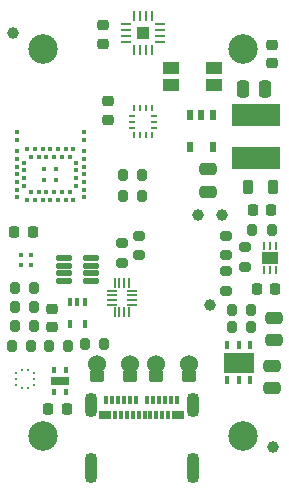
<source format=gbr>
%TF.GenerationSoftware,KiCad,Pcbnew,7.0.1-3b83917a11~172~ubuntu22.04.1*%
%TF.CreationDate,2023-07-05T11:02:11+02:00*%
%TF.ProjectId,phyphox-newton,70687970-686f-4782-9d6e-6577746f6e2e,rev?*%
%TF.SameCoordinates,Original*%
%TF.FileFunction,Soldermask,Top*%
%TF.FilePolarity,Negative*%
%FSLAX46Y46*%
G04 Gerber Fmt 4.6, Leading zero omitted, Abs format (unit mm)*
G04 Created by KiCad (PCBNEW 7.0.1-3b83917a11~172~ubuntu22.04.1) date 2023-07-05 11:02:11*
%MOMM*%
%LPD*%
G01*
G04 APERTURE LIST*
G04 Aperture macros list*
%AMRoundRect*
0 Rectangle with rounded corners*
0 $1 Rounding radius*
0 $2 $3 $4 $5 $6 $7 $8 $9 X,Y pos of 4 corners*
0 Add a 4 corners polygon primitive as box body*
4,1,4,$2,$3,$4,$5,$6,$7,$8,$9,$2,$3,0*
0 Add four circle primitives for the rounded corners*
1,1,$1+$1,$2,$3*
1,1,$1+$1,$4,$5*
1,1,$1+$1,$6,$7*
1,1,$1+$1,$8,$9*
0 Add four rect primitives between the rounded corners*
20,1,$1+$1,$2,$3,$4,$5,0*
20,1,$1+$1,$4,$5,$6,$7,0*
20,1,$1+$1,$6,$7,$8,$9,0*
20,1,$1+$1,$8,$9,$2,$3,0*%
%AMFreePoly0*
4,1,21,-0.600000,0.250000,-0.580970,0.345671,-0.526777,0.426777,-0.445671,0.480970,-0.350000,0.500000,0.350000,0.500000,0.445671,0.480970,0.526777,0.426777,0.580970,0.345671,0.600000,0.250000,0.600000,-0.250000,0.580970,-0.345671,0.526777,-0.426777,0.445671,-0.480970,0.350000,-0.500000,-0.350000,-0.500000,-0.445671,-0.480970,-0.526777,-0.426777,-0.580970,-0.345671,-0.600000,-0.250000,
-0.600000,0.250000,-0.600000,0.250000,$1*%
G04 Aperture macros list end*
%ADD10R,0.350000X0.550000*%
%ADD11R,1.600000X0.700000*%
%ADD12RoundRect,0.250000X0.475000X-0.250000X0.475000X0.250000X-0.475000X0.250000X-0.475000X-0.250000X0*%
%ADD13R,0.400000X0.650000*%
%ADD14C,2.500000*%
%ADD15R,0.270000X0.840000*%
%ADD16R,0.840000X0.270000*%
%ADD17R,1.100000X1.100000*%
%ADD18R,1.400000X1.050000*%
%ADD19R,4.100000X1.850000*%
%ADD20RoundRect,0.200000X-0.200000X-0.275000X0.200000X-0.275000X0.200000X0.275000X-0.200000X0.275000X0*%
%ADD21R,0.850000X0.200000*%
%ADD22R,0.200000X0.850000*%
%ADD23RoundRect,0.225000X0.250000X-0.225000X0.250000X0.225000X-0.250000X0.225000X-0.250000X-0.225000X0*%
%ADD24RoundRect,0.200000X0.275000X-0.200000X0.275000X0.200000X-0.275000X0.200000X-0.275000X-0.200000X0*%
%ADD25R,0.300000X0.700000*%
%ADD26R,1.000000X0.700000*%
%ADD27O,1.100000X2.100000*%
%ADD28O,1.100000X2.600000*%
%ADD29RoundRect,0.200000X0.200000X0.275000X-0.200000X0.275000X-0.200000X-0.275000X0.200000X-0.275000X0*%
%ADD30C,1.524000*%
%ADD31FreePoly0,0.000000*%
%ADD32RoundRect,0.225000X-0.250000X0.225000X-0.250000X-0.225000X0.250000X-0.225000X0.250000X0.225000X0*%
%ADD33RoundRect,0.250000X-0.250000X-0.475000X0.250000X-0.475000X0.250000X0.475000X-0.250000X0.475000X0*%
%ADD34RoundRect,0.200000X-0.275000X0.200000X-0.275000X-0.200000X0.275000X-0.200000X0.275000X0.200000X0*%
%ADD35C,1.000000*%
%ADD36RoundRect,0.225000X0.225000X0.250000X-0.225000X0.250000X-0.225000X-0.250000X0.225000X-0.250000X0*%
%ADD37R,0.558800X0.952500*%
%ADD38RoundRect,0.250000X-0.475000X0.250000X-0.475000X-0.250000X0.475000X-0.250000X0.475000X0.250000X0*%
%ADD39RoundRect,0.218750X0.218750X0.381250X-0.218750X0.381250X-0.218750X-0.381250X0.218750X-0.381250X0*%
%ADD40RoundRect,0.225000X-0.225000X-0.250000X0.225000X-0.250000X0.225000X0.250000X-0.225000X0.250000X0*%
%ADD41R,0.400000X0.800000*%
%ADD42R,2.500000X1.750000*%
%ADD43R,0.355600X0.355600*%
%ADD44R,0.431800X0.431800*%
%ADD45RoundRect,0.125000X0.537500X0.125000X-0.537500X0.125000X-0.537500X-0.125000X0.537500X-0.125000X0*%
%ADD46R,0.254000X0.482600*%
%ADD47R,0.482600X0.254000*%
%ADD48R,0.250000X0.650000*%
%ADD49R,1.450000X1.050000*%
%ADD50R,0.400000X0.400000*%
%ADD51R,0.254000X0.279400*%
%ADD52R,0.254000X0.254000*%
%ADD53FreePoly0,180.000000*%
%ADD54C,0.990600*%
G04 APERTURE END LIST*
D10*
%TO.C,IC2*%
X104950000Y-133900000D03*
X105950000Y-133900000D03*
X105950000Y-132050000D03*
X104950000Y-132050000D03*
D11*
X105450000Y-132975000D03*
%TD*%
D12*
%TO.C,C3*%
X123600000Y-129500000D03*
X123600000Y-127600000D03*
%TD*%
D13*
%TO.C,U7*%
X107600000Y-126250000D03*
X106950000Y-126250000D03*
X106300000Y-126250000D03*
X106300000Y-128150000D03*
X107600000Y-128150000D03*
%TD*%
D14*
%TO.C,H3*%
X121000000Y-137625000D03*
%TD*%
D15*
%TO.C,U4*%
X113250000Y-102065000D03*
X112750000Y-102065000D03*
X112250000Y-102065000D03*
X111750000Y-102065000D03*
D16*
X111065000Y-102750000D03*
X111065000Y-103250000D03*
X111065000Y-103750000D03*
X111065000Y-104250000D03*
D15*
X111750000Y-104935000D03*
X112250000Y-104935000D03*
X112750000Y-104935000D03*
X113250000Y-104935000D03*
D16*
X113935000Y-104250000D03*
X113935000Y-103750000D03*
X113935000Y-103250000D03*
X113935000Y-102750000D03*
D17*
X112500000Y-103500000D03*
%TD*%
D18*
%TO.C,SW1*%
X118500000Y-107875000D03*
X114900000Y-107875000D03*
X118500000Y-106425000D03*
X114900000Y-106425000D03*
%TD*%
D19*
%TO.C,L1*%
X122049999Y-114075000D03*
X122049999Y-110425000D03*
%TD*%
D20*
%TO.C,R4*%
X121750000Y-120200000D03*
X123400000Y-120200000D03*
%TD*%
D21*
%TO.C,IC6*%
X109850000Y-125300000D03*
X109850000Y-125700000D03*
X109850000Y-126100000D03*
X109850000Y-126500000D03*
D22*
X110100000Y-127150000D03*
X110500000Y-127150000D03*
X110900000Y-127150000D03*
X111300000Y-127150000D03*
D21*
X111550000Y-126500000D03*
X111550000Y-126100000D03*
X111550000Y-125700000D03*
X111550000Y-125300000D03*
D22*
X111300000Y-124650000D03*
X110900000Y-124650000D03*
X110500000Y-124650000D03*
X110100000Y-124650000D03*
%TD*%
D23*
%TO.C,C9*%
X109100000Y-104400000D03*
X109100000Y-102850000D03*
%TD*%
D24*
%TO.C,R14*%
X112200000Y-122325000D03*
X112200000Y-120675000D03*
%TD*%
D25*
%TO.C,J2*%
X109375000Y-134535000D03*
X109875000Y-134535000D03*
X110375000Y-134535000D03*
X110875000Y-134535000D03*
X111375000Y-134535000D03*
X111875000Y-134535000D03*
X112875000Y-134535000D03*
X113375000Y-134535000D03*
X113875000Y-134535000D03*
X114375000Y-134535000D03*
X114875000Y-134535000D03*
X115375000Y-134535000D03*
D26*
X115475000Y-135835000D03*
D25*
X114625000Y-135835000D03*
X114125000Y-135835000D03*
X113625000Y-135835000D03*
X113125000Y-135835000D03*
X112625000Y-135835000D03*
X112125000Y-135835000D03*
X111625000Y-135835000D03*
X111125000Y-135835000D03*
X110625000Y-135835000D03*
X110125000Y-135835000D03*
D26*
X109275000Y-135835000D03*
D27*
X108055000Y-134945000D03*
D28*
X108055000Y-140305000D03*
D27*
X116695000Y-134945000D03*
D28*
X116695000Y-140305000D03*
%TD*%
D29*
%TO.C,R7*%
X103300000Y-128300000D03*
X101650000Y-128300000D03*
%TD*%
D30*
%TO.C,C1*%
X111375000Y-131500000D03*
D31*
X111375000Y-132500000D03*
D30*
X116375000Y-131500000D03*
D31*
X116375000Y-132500000D03*
%TD*%
D24*
%TO.C,R13*%
X110700000Y-122925000D03*
X110700000Y-121275000D03*
%TD*%
D32*
%TO.C,C10*%
X104800000Y-126855000D03*
X104800000Y-128405000D03*
%TD*%
D24*
%TO.C,R19*%
X119500000Y-125325000D03*
X119500000Y-123675000D03*
%TD*%
D23*
%TO.C,C11*%
X109570000Y-110815000D03*
X109570000Y-109265000D03*
%TD*%
D33*
%TO.C,C4*%
X120925000Y-108250000D03*
X122825000Y-108250000D03*
%TD*%
D34*
%TO.C,R3*%
X121150000Y-121625000D03*
X121150000Y-123275000D03*
%TD*%
D32*
%TO.C,C14*%
X123450000Y-104500000D03*
X123450000Y-106050000D03*
%TD*%
D14*
%TO.C,H1*%
X104000000Y-104875000D03*
%TD*%
D29*
%TO.C,R9*%
X106150000Y-130000000D03*
X104500000Y-130000000D03*
%TD*%
D35*
%TO.C,FID3*%
X123500000Y-138500000D03*
%TD*%
D36*
%TO.C,C7*%
X123350000Y-118450000D03*
X121800000Y-118450000D03*
%TD*%
D20*
%TO.C,R11*%
X110800000Y-115500000D03*
X112450000Y-115500000D03*
%TD*%
D29*
%TO.C,R6*%
X103300000Y-125100000D03*
X101650000Y-125100000D03*
%TD*%
D37*
%TO.C,U6*%
X118400000Y-110400000D03*
X117449999Y-110400000D03*
X116499998Y-110400000D03*
X116499998Y-113155900D03*
X118400000Y-113155900D03*
%TD*%
D29*
%TO.C,R5*%
X103300000Y-126700000D03*
X101650000Y-126700000D03*
%TD*%
D38*
%TO.C,C5*%
X118000000Y-115027950D03*
X118000000Y-116927950D03*
%TD*%
D39*
%TO.C,FB1*%
X123537500Y-116550000D03*
X121412500Y-116550000D03*
%TD*%
D40*
%TO.C,C8*%
X101605000Y-120300000D03*
X103155000Y-120300000D03*
%TD*%
D36*
%TO.C,C6*%
X123675000Y-125200000D03*
X122125000Y-125200000D03*
%TD*%
D41*
%TO.C,IC3*%
X121550000Y-129900000D03*
X120600000Y-129900000D03*
X119650000Y-129900000D03*
X119650000Y-132900000D03*
X120600000Y-132900000D03*
X121550000Y-132900000D03*
D42*
X120600000Y-131400000D03*
%TD*%
D43*
%TO.C,U1*%
X101811198Y-111910000D03*
X101811198Y-112560000D03*
X101811198Y-113502000D03*
X101811198Y-114152000D03*
X101811198Y-114802000D03*
X101811198Y-115452000D03*
X101811198Y-116102000D03*
X101811198Y-116752000D03*
X101811198Y-117402000D03*
X102461198Y-114477000D03*
X102461198Y-115127000D03*
X102461198Y-115777000D03*
X102461198Y-116427000D03*
X102701198Y-117590000D03*
X103351198Y-117590000D03*
X104001198Y-117590000D03*
X104651198Y-117590000D03*
X105301198Y-117590000D03*
X105951198Y-117590000D03*
X106601198Y-117590000D03*
X103026198Y-116940000D03*
X103676198Y-116940000D03*
X104326198Y-116940000D03*
X104976198Y-116940000D03*
X105626198Y-116940000D03*
X106276198Y-116940000D03*
X107491202Y-117402000D03*
X107491202Y-116752000D03*
X107491202Y-116102000D03*
X107491202Y-115452000D03*
X107491202Y-114802000D03*
X107491202Y-114152000D03*
X107491202Y-113502000D03*
X107491202Y-112560000D03*
X107491202Y-111910000D03*
X106841202Y-116427000D03*
X106841202Y-115777000D03*
X106841202Y-115127000D03*
X106841202Y-114477000D03*
X106601202Y-113315000D03*
X105951202Y-113315000D03*
X105301202Y-113315000D03*
X104651202Y-113315000D03*
X104001202Y-113315000D03*
X103351202Y-113315000D03*
X102701202Y-113315000D03*
X106276202Y-113965000D03*
X105626202Y-113965000D03*
X104976202Y-113965000D03*
X104326202Y-113965000D03*
X103676202Y-113965000D03*
X103026202Y-113965000D03*
D44*
X104131202Y-115002000D03*
X104131202Y-115902000D03*
X105171202Y-115902000D03*
X105171202Y-115002000D03*
%TD*%
D20*
%TO.C,R10*%
X107550000Y-129820000D03*
X109200000Y-129820000D03*
%TD*%
%TO.C,R8*%
X101375000Y-130000000D03*
X103025000Y-130000000D03*
%TD*%
%TO.C,R12*%
X110800000Y-117250000D03*
X112450000Y-117250000D03*
%TD*%
D45*
%TO.C,U5*%
X108100000Y-124500000D03*
X108100000Y-123850000D03*
X108100000Y-123200000D03*
X108100000Y-122550000D03*
X105825000Y-122550000D03*
X105825000Y-123200000D03*
X105825000Y-123850000D03*
X105825000Y-124500000D03*
%TD*%
D20*
%TO.C,R1*%
X120025000Y-128400000D03*
X121675000Y-128400000D03*
%TD*%
D35*
%TO.C,FID1*%
X101500000Y-103500000D03*
%TD*%
D46*
%TO.C,U2*%
X111749999Y-112155700D03*
X112250000Y-112155700D03*
X112750000Y-112155700D03*
X113250001Y-112155700D03*
D47*
X113414400Y-111499999D03*
X113414400Y-111000000D03*
X113414400Y-110500001D03*
D46*
X113250001Y-109844300D03*
X112750000Y-109844300D03*
X112250000Y-109844300D03*
X111749999Y-109844300D03*
D47*
X111585600Y-110500001D03*
X111585600Y-111000000D03*
X111585600Y-111499999D03*
%TD*%
D20*
%TO.C,R2*%
X120025000Y-126900000D03*
X121675000Y-126900000D03*
%TD*%
D40*
%TO.C,C12*%
X104475000Y-135300000D03*
X106025000Y-135300000D03*
%TD*%
D24*
%TO.C,R18*%
X119500000Y-122325000D03*
X119500000Y-120675000D03*
%TD*%
D38*
%TO.C,C2*%
X123450000Y-131650000D03*
X123450000Y-133550000D03*
%TD*%
D48*
%TO.C,S1*%
X123770000Y-121487500D03*
X123270000Y-121487500D03*
X122770000Y-121487500D03*
X122770000Y-123587500D03*
X123270000Y-123587500D03*
X123770000Y-123587500D03*
D49*
X123270000Y-122537500D03*
%TD*%
D50*
%TO.C,LED1*%
X103000000Y-122300000D03*
X103000000Y-123100000D03*
X102200000Y-123100000D03*
X102200000Y-122300000D03*
%TD*%
D51*
%TO.C,U3*%
X102226999Y-133510301D03*
X102726999Y-133510301D03*
D52*
X103250000Y-133249999D03*
X103250000Y-132750000D03*
X103250000Y-132250001D03*
D51*
X102726999Y-131989699D03*
X102226999Y-131989699D03*
D52*
X101703998Y-132250001D03*
X101703998Y-132750000D03*
X101703998Y-133249999D03*
%TD*%
D53*
%TO.C,C13*%
X113625000Y-132500000D03*
D30*
X113625000Y-131500000D03*
D53*
X108625000Y-132500000D03*
D30*
X108625000Y-131500000D03*
%TD*%
D54*
%TO.C,J1*%
X118135000Y-126520000D03*
X117119000Y-118900000D03*
X119151000Y-118900000D03*
%TD*%
D14*
%TO.C,H4*%
X104000000Y-137625000D03*
%TD*%
%TO.C,H2*%
X121000000Y-104875000D03*
%TD*%
M02*

</source>
